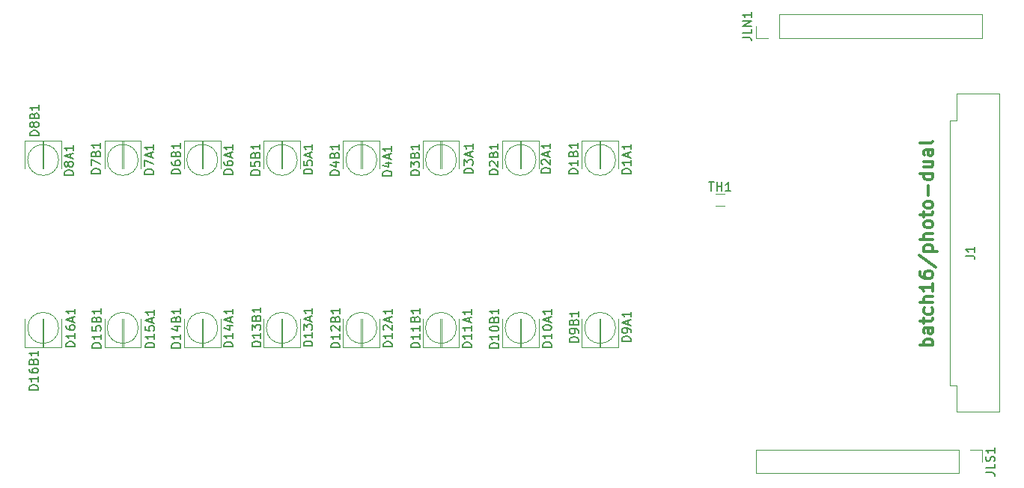
<source format=gto>
G04 #@! TF.GenerationSoftware,KiCad,Pcbnew,(5.1.6-0-10_14)*
G04 #@! TF.CreationDate,2021-12-08T10:20:34+09:00*
G04 #@! TF.ProjectId,photo-dual,70686f74-6f2d-4647-9561-6c2e6b696361,rev?*
G04 #@! TF.SameCoordinates,Original*
G04 #@! TF.FileFunction,Legend,Top*
G04 #@! TF.FilePolarity,Positive*
%FSLAX46Y46*%
G04 Gerber Fmt 4.6, Leading zero omitted, Abs format (unit mm)*
G04 Created by KiCad (PCBNEW (5.1.6-0-10_14)) date 2021-12-08 10:20:34*
%MOMM*%
%LPD*%
G01*
G04 APERTURE LIST*
%ADD10C,0.300000*%
%ADD11C,0.100000*%
%ADD12C,0.120000*%
%ADD13C,0.150000*%
G04 APERTURE END LIST*
D10*
X199558571Y-111464285D02*
X198058571Y-111464285D01*
X198630000Y-111464285D02*
X198558571Y-111321428D01*
X198558571Y-111035714D01*
X198630000Y-110892857D01*
X198701428Y-110821428D01*
X198844285Y-110750000D01*
X199272857Y-110750000D01*
X199415714Y-110821428D01*
X199487142Y-110892857D01*
X199558571Y-111035714D01*
X199558571Y-111321428D01*
X199487142Y-111464285D01*
X199558571Y-109464285D02*
X198772857Y-109464285D01*
X198630000Y-109535714D01*
X198558571Y-109678571D01*
X198558571Y-109964285D01*
X198630000Y-110107142D01*
X199487142Y-109464285D02*
X199558571Y-109607142D01*
X199558571Y-109964285D01*
X199487142Y-110107142D01*
X199344285Y-110178571D01*
X199201428Y-110178571D01*
X199058571Y-110107142D01*
X198987142Y-109964285D01*
X198987142Y-109607142D01*
X198915714Y-109464285D01*
X198558571Y-108964285D02*
X198558571Y-108392857D01*
X198058571Y-108750000D02*
X199344285Y-108750000D01*
X199487142Y-108678571D01*
X199558571Y-108535714D01*
X199558571Y-108392857D01*
X199487142Y-107250000D02*
X199558571Y-107392857D01*
X199558571Y-107678571D01*
X199487142Y-107821428D01*
X199415714Y-107892857D01*
X199272857Y-107964285D01*
X198844285Y-107964285D01*
X198701428Y-107892857D01*
X198630000Y-107821428D01*
X198558571Y-107678571D01*
X198558571Y-107392857D01*
X198630000Y-107250000D01*
X199558571Y-106607142D02*
X198058571Y-106607142D01*
X199558571Y-105964285D02*
X198772857Y-105964285D01*
X198630000Y-106035714D01*
X198558571Y-106178571D01*
X198558571Y-106392857D01*
X198630000Y-106535714D01*
X198701428Y-106607142D01*
X199558571Y-104464285D02*
X199558571Y-105321428D01*
X199558571Y-104892857D02*
X198058571Y-104892857D01*
X198272857Y-105035714D01*
X198415714Y-105178571D01*
X198487142Y-105321428D01*
X198058571Y-103178571D02*
X198058571Y-103464285D01*
X198130000Y-103607142D01*
X198201428Y-103678571D01*
X198415714Y-103821428D01*
X198701428Y-103892857D01*
X199272857Y-103892857D01*
X199415714Y-103821428D01*
X199487142Y-103750000D01*
X199558571Y-103607142D01*
X199558571Y-103321428D01*
X199487142Y-103178571D01*
X199415714Y-103107142D01*
X199272857Y-103035714D01*
X198915714Y-103035714D01*
X198772857Y-103107142D01*
X198701428Y-103178571D01*
X198630000Y-103321428D01*
X198630000Y-103607142D01*
X198701428Y-103750000D01*
X198772857Y-103821428D01*
X198915714Y-103892857D01*
X197987142Y-101321428D02*
X199915714Y-102607142D01*
X198558571Y-100821428D02*
X200058571Y-100821428D01*
X198630000Y-100821428D02*
X198558571Y-100678571D01*
X198558571Y-100392857D01*
X198630000Y-100250000D01*
X198701428Y-100178571D01*
X198844285Y-100107142D01*
X199272857Y-100107142D01*
X199415714Y-100178571D01*
X199487142Y-100250000D01*
X199558571Y-100392857D01*
X199558571Y-100678571D01*
X199487142Y-100821428D01*
X199558571Y-99464285D02*
X198058571Y-99464285D01*
X199558571Y-98821428D02*
X198772857Y-98821428D01*
X198630000Y-98892857D01*
X198558571Y-99035714D01*
X198558571Y-99250000D01*
X198630000Y-99392857D01*
X198701428Y-99464285D01*
X199558571Y-97892857D02*
X199487142Y-98035714D01*
X199415714Y-98107142D01*
X199272857Y-98178571D01*
X198844285Y-98178571D01*
X198701428Y-98107142D01*
X198630000Y-98035714D01*
X198558571Y-97892857D01*
X198558571Y-97678571D01*
X198630000Y-97535714D01*
X198701428Y-97464285D01*
X198844285Y-97392857D01*
X199272857Y-97392857D01*
X199415714Y-97464285D01*
X199487142Y-97535714D01*
X199558571Y-97678571D01*
X199558571Y-97892857D01*
X198558571Y-96964285D02*
X198558571Y-96392857D01*
X198058571Y-96750000D02*
X199344285Y-96750000D01*
X199487142Y-96678571D01*
X199558571Y-96535714D01*
X199558571Y-96392857D01*
X199558571Y-95678571D02*
X199487142Y-95821428D01*
X199415714Y-95892857D01*
X199272857Y-95964285D01*
X198844285Y-95964285D01*
X198701428Y-95892857D01*
X198630000Y-95821428D01*
X198558571Y-95678571D01*
X198558571Y-95464285D01*
X198630000Y-95321428D01*
X198701428Y-95250000D01*
X198844285Y-95178571D01*
X199272857Y-95178571D01*
X199415714Y-95250000D01*
X199487142Y-95321428D01*
X199558571Y-95464285D01*
X199558571Y-95678571D01*
X198987142Y-94535714D02*
X198987142Y-93392857D01*
X199558571Y-92035714D02*
X198058571Y-92035714D01*
X199487142Y-92035714D02*
X199558571Y-92178571D01*
X199558571Y-92464285D01*
X199487142Y-92607142D01*
X199415714Y-92678571D01*
X199272857Y-92750000D01*
X198844285Y-92750000D01*
X198701428Y-92678571D01*
X198630000Y-92607142D01*
X198558571Y-92464285D01*
X198558571Y-92178571D01*
X198630000Y-92035714D01*
X198558571Y-90678571D02*
X199558571Y-90678571D01*
X198558571Y-91321428D02*
X199344285Y-91321428D01*
X199487142Y-91250000D01*
X199558571Y-91107142D01*
X199558571Y-90892857D01*
X199487142Y-90750000D01*
X199415714Y-90678571D01*
X199558571Y-89321428D02*
X198772857Y-89321428D01*
X198630000Y-89392857D01*
X198558571Y-89535714D01*
X198558571Y-89821428D01*
X198630000Y-89964285D01*
X199487142Y-89321428D02*
X199558571Y-89464285D01*
X199558571Y-89821428D01*
X199487142Y-89964285D01*
X199344285Y-90035714D01*
X199201428Y-90035714D01*
X199058571Y-89964285D01*
X198987142Y-89821428D01*
X198987142Y-89464285D01*
X198915714Y-89321428D01*
X199558571Y-88392857D02*
X199487142Y-88535714D01*
X199344285Y-88607142D01*
X198058571Y-88607142D01*
D11*
X100671211Y-90502066D02*
G75*
G03*
X100671211Y-90502066I-1750000J0D01*
G01*
X109671211Y-90502066D02*
G75*
G03*
X109671211Y-90502066I-1750000J0D01*
G01*
X118671211Y-90502066D02*
G75*
G03*
X118671211Y-90502066I-1750000J0D01*
G01*
X127671211Y-90502066D02*
G75*
G03*
X127671211Y-90502066I-1750000J0D01*
G01*
X136671211Y-90502066D02*
G75*
G03*
X136671211Y-90502066I-1750000J0D01*
G01*
X145671211Y-90502066D02*
G75*
G03*
X145671211Y-90502066I-1750000J0D01*
G01*
X154671211Y-90502066D02*
G75*
G03*
X154671211Y-90502066I-1750000J0D01*
G01*
X163671211Y-90502066D02*
G75*
G03*
X163671211Y-90502066I-1750000J0D01*
G01*
X163671211Y-109501633D02*
G75*
G03*
X163671211Y-109501633I-1750000J0D01*
G01*
X154671211Y-109501633D02*
G75*
G03*
X154671211Y-109501633I-1750000J0D01*
G01*
X145671211Y-109501633D02*
G75*
G03*
X145671211Y-109501633I-1750000J0D01*
G01*
X136671211Y-109501633D02*
G75*
G03*
X136671211Y-109501633I-1750000J0D01*
G01*
X127671211Y-109501633D02*
G75*
G03*
X127671211Y-109501633I-1750000J0D01*
G01*
X118671211Y-109501633D02*
G75*
G03*
X118671211Y-109501633I-1750000J0D01*
G01*
X100671211Y-109501633D02*
G75*
G03*
X100671211Y-109501633I-1750000J0D01*
G01*
X109671211Y-109501633D02*
G75*
G03*
X109671211Y-109501633I-1750000J0D01*
G01*
D12*
X176000000Y-95680000D02*
X175000000Y-95680000D01*
X175000000Y-94320000D02*
X176000000Y-94320000D01*
X163981211Y-88302066D02*
X161861211Y-88302066D01*
X163981211Y-91502066D02*
X163981211Y-88302066D01*
X161861211Y-88302066D02*
X161861211Y-91502066D01*
X107861211Y-111701633D02*
X109981211Y-111701633D01*
X107861211Y-108501633D02*
X107861211Y-111701633D01*
X109981211Y-111701633D02*
X109981211Y-108501633D01*
X163981211Y-111701633D02*
X163981211Y-108501633D01*
X161861211Y-108501633D02*
X161861211Y-111701633D01*
X161861211Y-111701633D02*
X163981211Y-111701633D01*
X159861211Y-111701633D02*
X161981211Y-111701633D01*
X159861211Y-108501633D02*
X159861211Y-111701633D01*
X161981211Y-111701633D02*
X161981211Y-108501633D01*
X154981211Y-111701633D02*
X154981211Y-108501633D01*
X152861211Y-108501633D02*
X152861211Y-111701633D01*
X152861211Y-111701633D02*
X154981211Y-111701633D01*
X150861211Y-111701633D02*
X152981211Y-111701633D01*
X150861211Y-108501633D02*
X150861211Y-111701633D01*
X152981211Y-111701633D02*
X152981211Y-108501633D01*
X145981211Y-111701633D02*
X145981211Y-108501633D01*
X143861211Y-108501633D02*
X143861211Y-111701633D01*
X143861211Y-111701633D02*
X145981211Y-111701633D01*
X141861211Y-111701633D02*
X143981211Y-111701633D01*
X141861211Y-108501633D02*
X141861211Y-111701633D01*
X143981211Y-111701633D02*
X143981211Y-108501633D01*
X136981211Y-111701633D02*
X136981211Y-108501633D01*
X134861211Y-108501633D02*
X134861211Y-111701633D01*
X134861211Y-111701633D02*
X136981211Y-111701633D01*
X116861211Y-111701633D02*
X118981211Y-111701633D01*
X116861211Y-108501633D02*
X116861211Y-111701633D01*
X118981211Y-111701633D02*
X118981211Y-108501633D01*
X107981211Y-111701633D02*
X107981211Y-108501633D01*
X105861211Y-108501633D02*
X105861211Y-111701633D01*
X105861211Y-111701633D02*
X107981211Y-111701633D01*
X116981211Y-111701633D02*
X116981211Y-108501633D01*
X114861211Y-108501633D02*
X114861211Y-111701633D01*
X114861211Y-111701633D02*
X116981211Y-111701633D01*
X125861211Y-111701633D02*
X127981211Y-111701633D01*
X125861211Y-108501633D02*
X125861211Y-111701633D01*
X127981211Y-111701633D02*
X127981211Y-108501633D01*
X125981211Y-111701633D02*
X125981211Y-108501633D01*
X123861211Y-108501633D02*
X123861211Y-111701633D01*
X123861211Y-111701633D02*
X125981211Y-111701633D01*
X98861211Y-111701633D02*
X100981211Y-111701633D01*
X98861211Y-108501633D02*
X98861211Y-111701633D01*
X100981211Y-111701633D02*
X100981211Y-108501633D01*
X132861211Y-111701633D02*
X134981211Y-111701633D01*
X132861211Y-108501633D02*
X132861211Y-111701633D01*
X134981211Y-111701633D02*
X134981211Y-108501633D01*
X98981211Y-111701633D02*
X98981211Y-108501633D01*
X96861211Y-108501633D02*
X96861211Y-111701633D01*
X96861211Y-111701633D02*
X98981211Y-111701633D01*
X159861211Y-88302066D02*
X159861211Y-91502066D01*
X161981211Y-91502066D02*
X161981211Y-88302066D01*
X161981211Y-88302066D02*
X159861211Y-88302066D01*
X98861211Y-88302066D02*
X98861211Y-91502066D01*
X100981211Y-91502066D02*
X100981211Y-88302066D01*
X100981211Y-88302066D02*
X98861211Y-88302066D01*
X136981211Y-88302066D02*
X134861211Y-88302066D01*
X136981211Y-91502066D02*
X136981211Y-88302066D01*
X134861211Y-88302066D02*
X134861211Y-91502066D01*
X116981211Y-88302066D02*
X114861211Y-88302066D01*
X116981211Y-91502066D02*
X116981211Y-88302066D01*
X114861211Y-88302066D02*
X114861211Y-91502066D01*
X116861211Y-88302066D02*
X116861211Y-91502066D01*
X118981211Y-91502066D02*
X118981211Y-88302066D01*
X118981211Y-88302066D02*
X116861211Y-88302066D01*
X141861211Y-88302066D02*
X141861211Y-91502066D01*
X143981211Y-91502066D02*
X143981211Y-88302066D01*
X143981211Y-88302066D02*
X141861211Y-88302066D01*
X107981211Y-88302066D02*
X105861211Y-88302066D01*
X107981211Y-91502066D02*
X107981211Y-88302066D01*
X105861211Y-88302066D02*
X105861211Y-91502066D01*
X125981211Y-88302066D02*
X123861211Y-88302066D01*
X125981211Y-91502066D02*
X125981211Y-88302066D01*
X123861211Y-88302066D02*
X123861211Y-91502066D01*
X132861211Y-88302066D02*
X132861211Y-91502066D01*
X134981211Y-91502066D02*
X134981211Y-88302066D01*
X134981211Y-88302066D02*
X132861211Y-88302066D01*
X125861211Y-88302066D02*
X125861211Y-91502066D01*
X127981211Y-91502066D02*
X127981211Y-88302066D01*
X127981211Y-88302066D02*
X125861211Y-88302066D01*
X154981211Y-88302066D02*
X152861211Y-88302066D01*
X154981211Y-91502066D02*
X154981211Y-88302066D01*
X152861211Y-88302066D02*
X152861211Y-91502066D01*
X145981211Y-88302066D02*
X143861211Y-88302066D01*
X145981211Y-91502066D02*
X145981211Y-88302066D01*
X143861211Y-88302066D02*
X143861211Y-91502066D01*
X150861211Y-88302066D02*
X150861211Y-91502066D01*
X152981211Y-91502066D02*
X152981211Y-88302066D01*
X152981211Y-88302066D02*
X150861211Y-88302066D01*
X98981211Y-88302066D02*
X96861211Y-88302066D01*
X98981211Y-91502066D02*
X98981211Y-88302066D01*
X96861211Y-88302066D02*
X96861211Y-91502066D01*
X107861211Y-88302066D02*
X107861211Y-91502066D01*
X109981211Y-91502066D02*
X109981211Y-88302066D01*
X109981211Y-88302066D02*
X107861211Y-88302066D01*
X202249000Y-86020000D02*
X201449000Y-86020000D01*
X202249000Y-116020000D02*
X201449000Y-116020000D01*
X202249000Y-83020000D02*
X202249000Y-86020000D01*
X202249000Y-119020000D02*
X202249000Y-116020000D01*
X207099000Y-83020000D02*
X202249000Y-83020000D01*
X207099000Y-119020000D02*
X202249000Y-119020000D01*
X207099000Y-119020000D02*
X207099000Y-83020000D01*
X201449000Y-116020000D02*
X201449000Y-86020000D01*
X179575000Y-76702000D02*
X179575000Y-75372000D01*
X180905000Y-76702000D02*
X179575000Y-76702000D01*
X182175000Y-76702000D02*
X182175000Y-74042000D01*
X182175000Y-74042000D02*
X205095000Y-74042000D01*
X182175000Y-76702000D02*
X205095000Y-76702000D01*
X205095000Y-76702000D02*
X205095000Y-74042000D01*
X179575000Y-123298000D02*
X179575000Y-125958000D01*
X202495000Y-123298000D02*
X179575000Y-123298000D01*
X202495000Y-125958000D02*
X179575000Y-125958000D01*
X202495000Y-123298000D02*
X202495000Y-125958000D01*
X203765000Y-123298000D02*
X205095000Y-123298000D01*
X205095000Y-123298000D02*
X205095000Y-124628000D01*
D13*
X174214285Y-93002380D02*
X174785714Y-93002380D01*
X174500000Y-94002380D02*
X174500000Y-93002380D01*
X175119047Y-94002380D02*
X175119047Y-93002380D01*
X175119047Y-93478571D02*
X175690476Y-93478571D01*
X175690476Y-94002380D02*
X175690476Y-93002380D01*
X176690476Y-94002380D02*
X176119047Y-94002380D01*
X176404761Y-94002380D02*
X176404761Y-93002380D01*
X176309523Y-93145238D01*
X176214285Y-93240476D01*
X176119047Y-93288095D01*
X165392380Y-92062857D02*
X164392380Y-92062857D01*
X164392380Y-91824761D01*
X164440000Y-91681904D01*
X164535238Y-91586666D01*
X164630476Y-91539047D01*
X164820952Y-91491428D01*
X164963809Y-91491428D01*
X165154285Y-91539047D01*
X165249523Y-91586666D01*
X165344761Y-91681904D01*
X165392380Y-91824761D01*
X165392380Y-92062857D01*
X165392380Y-90539047D02*
X165392380Y-91110476D01*
X165392380Y-90824761D02*
X164392380Y-90824761D01*
X164535238Y-90920000D01*
X164630476Y-91015238D01*
X164678095Y-91110476D01*
X165106666Y-90158095D02*
X165106666Y-89681904D01*
X165392380Y-90253333D02*
X164392380Y-89920000D01*
X165392380Y-89586666D01*
X165392380Y-88729523D02*
X165392380Y-89300952D01*
X165392380Y-89015238D02*
X164392380Y-89015238D01*
X164535238Y-89110476D01*
X164630476Y-89205714D01*
X164678095Y-89300952D01*
X111502380Y-111729047D02*
X110502380Y-111729047D01*
X110502380Y-111490952D01*
X110550000Y-111348095D01*
X110645238Y-111252857D01*
X110740476Y-111205238D01*
X110930952Y-111157619D01*
X111073809Y-111157619D01*
X111264285Y-111205238D01*
X111359523Y-111252857D01*
X111454761Y-111348095D01*
X111502380Y-111490952D01*
X111502380Y-111729047D01*
X111502380Y-110205238D02*
X111502380Y-110776666D01*
X111502380Y-110490952D02*
X110502380Y-110490952D01*
X110645238Y-110586190D01*
X110740476Y-110681428D01*
X110788095Y-110776666D01*
X110502380Y-109300476D02*
X110502380Y-109776666D01*
X110978571Y-109824285D01*
X110930952Y-109776666D01*
X110883333Y-109681428D01*
X110883333Y-109443333D01*
X110930952Y-109348095D01*
X110978571Y-109300476D01*
X111073809Y-109252857D01*
X111311904Y-109252857D01*
X111407142Y-109300476D01*
X111454761Y-109348095D01*
X111502380Y-109443333D01*
X111502380Y-109681428D01*
X111454761Y-109776666D01*
X111407142Y-109824285D01*
X111216666Y-108871904D02*
X111216666Y-108395714D01*
X111502380Y-108967142D02*
X110502380Y-108633809D01*
X111502380Y-108300476D01*
X111502380Y-107443333D02*
X111502380Y-108014761D01*
X111502380Y-107729047D02*
X110502380Y-107729047D01*
X110645238Y-107824285D01*
X110740476Y-107919523D01*
X110788095Y-108014761D01*
X165382380Y-111022857D02*
X164382380Y-111022857D01*
X164382380Y-110784761D01*
X164430000Y-110641904D01*
X164525238Y-110546666D01*
X164620476Y-110499047D01*
X164810952Y-110451428D01*
X164953809Y-110451428D01*
X165144285Y-110499047D01*
X165239523Y-110546666D01*
X165334761Y-110641904D01*
X165382380Y-110784761D01*
X165382380Y-111022857D01*
X165382380Y-109975238D02*
X165382380Y-109784761D01*
X165334761Y-109689523D01*
X165287142Y-109641904D01*
X165144285Y-109546666D01*
X164953809Y-109499047D01*
X164572857Y-109499047D01*
X164477619Y-109546666D01*
X164430000Y-109594285D01*
X164382380Y-109689523D01*
X164382380Y-109880000D01*
X164430000Y-109975238D01*
X164477619Y-110022857D01*
X164572857Y-110070476D01*
X164810952Y-110070476D01*
X164906190Y-110022857D01*
X164953809Y-109975238D01*
X165001428Y-109880000D01*
X165001428Y-109689523D01*
X164953809Y-109594285D01*
X164906190Y-109546666D01*
X164810952Y-109499047D01*
X165096666Y-109118095D02*
X165096666Y-108641904D01*
X165382380Y-109213333D02*
X164382380Y-108880000D01*
X165382380Y-108546666D01*
X165382380Y-107689523D02*
X165382380Y-108260952D01*
X165382380Y-107975238D02*
X164382380Y-107975238D01*
X164525238Y-108070476D01*
X164620476Y-108165714D01*
X164668095Y-108260952D01*
X159462380Y-111094285D02*
X158462380Y-111094285D01*
X158462380Y-110856190D01*
X158510000Y-110713333D01*
X158605238Y-110618095D01*
X158700476Y-110570476D01*
X158890952Y-110522857D01*
X159033809Y-110522857D01*
X159224285Y-110570476D01*
X159319523Y-110618095D01*
X159414761Y-110713333D01*
X159462380Y-110856190D01*
X159462380Y-111094285D01*
X159462380Y-110046666D02*
X159462380Y-109856190D01*
X159414761Y-109760952D01*
X159367142Y-109713333D01*
X159224285Y-109618095D01*
X159033809Y-109570476D01*
X158652857Y-109570476D01*
X158557619Y-109618095D01*
X158510000Y-109665714D01*
X158462380Y-109760952D01*
X158462380Y-109951428D01*
X158510000Y-110046666D01*
X158557619Y-110094285D01*
X158652857Y-110141904D01*
X158890952Y-110141904D01*
X158986190Y-110094285D01*
X159033809Y-110046666D01*
X159081428Y-109951428D01*
X159081428Y-109760952D01*
X159033809Y-109665714D01*
X158986190Y-109618095D01*
X158890952Y-109570476D01*
X158938571Y-108808571D02*
X158986190Y-108665714D01*
X159033809Y-108618095D01*
X159129047Y-108570476D01*
X159271904Y-108570476D01*
X159367142Y-108618095D01*
X159414761Y-108665714D01*
X159462380Y-108760952D01*
X159462380Y-109141904D01*
X158462380Y-109141904D01*
X158462380Y-108808571D01*
X158510000Y-108713333D01*
X158557619Y-108665714D01*
X158652857Y-108618095D01*
X158748095Y-108618095D01*
X158843333Y-108665714D01*
X158890952Y-108713333D01*
X158938571Y-108808571D01*
X158938571Y-109141904D01*
X159462380Y-107618095D02*
X159462380Y-108189523D01*
X159462380Y-107903809D02*
X158462380Y-107903809D01*
X158605238Y-107999047D01*
X158700476Y-108094285D01*
X158748095Y-108189523D01*
X156422380Y-111669047D02*
X155422380Y-111669047D01*
X155422380Y-111430952D01*
X155470000Y-111288095D01*
X155565238Y-111192857D01*
X155660476Y-111145238D01*
X155850952Y-111097619D01*
X155993809Y-111097619D01*
X156184285Y-111145238D01*
X156279523Y-111192857D01*
X156374761Y-111288095D01*
X156422380Y-111430952D01*
X156422380Y-111669047D01*
X156422380Y-110145238D02*
X156422380Y-110716666D01*
X156422380Y-110430952D02*
X155422380Y-110430952D01*
X155565238Y-110526190D01*
X155660476Y-110621428D01*
X155708095Y-110716666D01*
X155422380Y-109526190D02*
X155422380Y-109430952D01*
X155470000Y-109335714D01*
X155517619Y-109288095D01*
X155612857Y-109240476D01*
X155803333Y-109192857D01*
X156041428Y-109192857D01*
X156231904Y-109240476D01*
X156327142Y-109288095D01*
X156374761Y-109335714D01*
X156422380Y-109430952D01*
X156422380Y-109526190D01*
X156374761Y-109621428D01*
X156327142Y-109669047D01*
X156231904Y-109716666D01*
X156041428Y-109764285D01*
X155803333Y-109764285D01*
X155612857Y-109716666D01*
X155517619Y-109669047D01*
X155470000Y-109621428D01*
X155422380Y-109526190D01*
X156136666Y-108811904D02*
X156136666Y-108335714D01*
X156422380Y-108907142D02*
X155422380Y-108573809D01*
X156422380Y-108240476D01*
X156422380Y-107383333D02*
X156422380Y-107954761D01*
X156422380Y-107669047D02*
X155422380Y-107669047D01*
X155565238Y-107764285D01*
X155660476Y-107859523D01*
X155708095Y-107954761D01*
X150452380Y-111770476D02*
X149452380Y-111770476D01*
X149452380Y-111532380D01*
X149500000Y-111389523D01*
X149595238Y-111294285D01*
X149690476Y-111246666D01*
X149880952Y-111199047D01*
X150023809Y-111199047D01*
X150214285Y-111246666D01*
X150309523Y-111294285D01*
X150404761Y-111389523D01*
X150452380Y-111532380D01*
X150452380Y-111770476D01*
X150452380Y-110246666D02*
X150452380Y-110818095D01*
X150452380Y-110532380D02*
X149452380Y-110532380D01*
X149595238Y-110627619D01*
X149690476Y-110722857D01*
X149738095Y-110818095D01*
X149452380Y-109627619D02*
X149452380Y-109532380D01*
X149500000Y-109437142D01*
X149547619Y-109389523D01*
X149642857Y-109341904D01*
X149833333Y-109294285D01*
X150071428Y-109294285D01*
X150261904Y-109341904D01*
X150357142Y-109389523D01*
X150404761Y-109437142D01*
X150452380Y-109532380D01*
X150452380Y-109627619D01*
X150404761Y-109722857D01*
X150357142Y-109770476D01*
X150261904Y-109818095D01*
X150071428Y-109865714D01*
X149833333Y-109865714D01*
X149642857Y-109818095D01*
X149547619Y-109770476D01*
X149500000Y-109722857D01*
X149452380Y-109627619D01*
X149928571Y-108532380D02*
X149976190Y-108389523D01*
X150023809Y-108341904D01*
X150119047Y-108294285D01*
X150261904Y-108294285D01*
X150357142Y-108341904D01*
X150404761Y-108389523D01*
X150452380Y-108484761D01*
X150452380Y-108865714D01*
X149452380Y-108865714D01*
X149452380Y-108532380D01*
X149500000Y-108437142D01*
X149547619Y-108389523D01*
X149642857Y-108341904D01*
X149738095Y-108341904D01*
X149833333Y-108389523D01*
X149880952Y-108437142D01*
X149928571Y-108532380D01*
X149928571Y-108865714D01*
X150452380Y-107341904D02*
X150452380Y-107913333D01*
X150452380Y-107627619D02*
X149452380Y-107627619D01*
X149595238Y-107722857D01*
X149690476Y-107818095D01*
X149738095Y-107913333D01*
X147372380Y-111699047D02*
X146372380Y-111699047D01*
X146372380Y-111460952D01*
X146420000Y-111318095D01*
X146515238Y-111222857D01*
X146610476Y-111175238D01*
X146800952Y-111127619D01*
X146943809Y-111127619D01*
X147134285Y-111175238D01*
X147229523Y-111222857D01*
X147324761Y-111318095D01*
X147372380Y-111460952D01*
X147372380Y-111699047D01*
X147372380Y-110175238D02*
X147372380Y-110746666D01*
X147372380Y-110460952D02*
X146372380Y-110460952D01*
X146515238Y-110556190D01*
X146610476Y-110651428D01*
X146658095Y-110746666D01*
X147372380Y-109222857D02*
X147372380Y-109794285D01*
X147372380Y-109508571D02*
X146372380Y-109508571D01*
X146515238Y-109603809D01*
X146610476Y-109699047D01*
X146658095Y-109794285D01*
X147086666Y-108841904D02*
X147086666Y-108365714D01*
X147372380Y-108937142D02*
X146372380Y-108603809D01*
X147372380Y-108270476D01*
X147372380Y-107413333D02*
X147372380Y-107984761D01*
X147372380Y-107699047D02*
X146372380Y-107699047D01*
X146515238Y-107794285D01*
X146610476Y-107889523D01*
X146658095Y-107984761D01*
X141512380Y-111730476D02*
X140512380Y-111730476D01*
X140512380Y-111492380D01*
X140560000Y-111349523D01*
X140655238Y-111254285D01*
X140750476Y-111206666D01*
X140940952Y-111159047D01*
X141083809Y-111159047D01*
X141274285Y-111206666D01*
X141369523Y-111254285D01*
X141464761Y-111349523D01*
X141512380Y-111492380D01*
X141512380Y-111730476D01*
X141512380Y-110206666D02*
X141512380Y-110778095D01*
X141512380Y-110492380D02*
X140512380Y-110492380D01*
X140655238Y-110587619D01*
X140750476Y-110682857D01*
X140798095Y-110778095D01*
X141512380Y-109254285D02*
X141512380Y-109825714D01*
X141512380Y-109540000D02*
X140512380Y-109540000D01*
X140655238Y-109635238D01*
X140750476Y-109730476D01*
X140798095Y-109825714D01*
X140988571Y-108492380D02*
X141036190Y-108349523D01*
X141083809Y-108301904D01*
X141179047Y-108254285D01*
X141321904Y-108254285D01*
X141417142Y-108301904D01*
X141464761Y-108349523D01*
X141512380Y-108444761D01*
X141512380Y-108825714D01*
X140512380Y-108825714D01*
X140512380Y-108492380D01*
X140560000Y-108397142D01*
X140607619Y-108349523D01*
X140702857Y-108301904D01*
X140798095Y-108301904D01*
X140893333Y-108349523D01*
X140940952Y-108397142D01*
X140988571Y-108492380D01*
X140988571Y-108825714D01*
X141512380Y-107301904D02*
X141512380Y-107873333D01*
X141512380Y-107587619D02*
X140512380Y-107587619D01*
X140655238Y-107682857D01*
X140750476Y-107778095D01*
X140798095Y-107873333D01*
X138382380Y-111629047D02*
X137382380Y-111629047D01*
X137382380Y-111390952D01*
X137430000Y-111248095D01*
X137525238Y-111152857D01*
X137620476Y-111105238D01*
X137810952Y-111057619D01*
X137953809Y-111057619D01*
X138144285Y-111105238D01*
X138239523Y-111152857D01*
X138334761Y-111248095D01*
X138382380Y-111390952D01*
X138382380Y-111629047D01*
X138382380Y-110105238D02*
X138382380Y-110676666D01*
X138382380Y-110390952D02*
X137382380Y-110390952D01*
X137525238Y-110486190D01*
X137620476Y-110581428D01*
X137668095Y-110676666D01*
X137477619Y-109724285D02*
X137430000Y-109676666D01*
X137382380Y-109581428D01*
X137382380Y-109343333D01*
X137430000Y-109248095D01*
X137477619Y-109200476D01*
X137572857Y-109152857D01*
X137668095Y-109152857D01*
X137810952Y-109200476D01*
X138382380Y-109771904D01*
X138382380Y-109152857D01*
X138096666Y-108771904D02*
X138096666Y-108295714D01*
X138382380Y-108867142D02*
X137382380Y-108533809D01*
X138382380Y-108200476D01*
X138382380Y-107343333D02*
X138382380Y-107914761D01*
X138382380Y-107629047D02*
X137382380Y-107629047D01*
X137525238Y-107724285D01*
X137620476Y-107819523D01*
X137668095Y-107914761D01*
X120372380Y-111639047D02*
X119372380Y-111639047D01*
X119372380Y-111400952D01*
X119420000Y-111258095D01*
X119515238Y-111162857D01*
X119610476Y-111115238D01*
X119800952Y-111067619D01*
X119943809Y-111067619D01*
X120134285Y-111115238D01*
X120229523Y-111162857D01*
X120324761Y-111258095D01*
X120372380Y-111400952D01*
X120372380Y-111639047D01*
X120372380Y-110115238D02*
X120372380Y-110686666D01*
X120372380Y-110400952D02*
X119372380Y-110400952D01*
X119515238Y-110496190D01*
X119610476Y-110591428D01*
X119658095Y-110686666D01*
X119705714Y-109258095D02*
X120372380Y-109258095D01*
X119324761Y-109496190D02*
X120039047Y-109734285D01*
X120039047Y-109115238D01*
X120086666Y-108781904D02*
X120086666Y-108305714D01*
X120372380Y-108877142D02*
X119372380Y-108543809D01*
X120372380Y-108210476D01*
X120372380Y-107353333D02*
X120372380Y-107924761D01*
X120372380Y-107639047D02*
X119372380Y-107639047D01*
X119515238Y-107734285D01*
X119610476Y-107829523D01*
X119658095Y-107924761D01*
X105462380Y-111750476D02*
X104462380Y-111750476D01*
X104462380Y-111512380D01*
X104510000Y-111369523D01*
X104605238Y-111274285D01*
X104700476Y-111226666D01*
X104890952Y-111179047D01*
X105033809Y-111179047D01*
X105224285Y-111226666D01*
X105319523Y-111274285D01*
X105414761Y-111369523D01*
X105462380Y-111512380D01*
X105462380Y-111750476D01*
X105462380Y-110226666D02*
X105462380Y-110798095D01*
X105462380Y-110512380D02*
X104462380Y-110512380D01*
X104605238Y-110607619D01*
X104700476Y-110702857D01*
X104748095Y-110798095D01*
X104462380Y-109321904D02*
X104462380Y-109798095D01*
X104938571Y-109845714D01*
X104890952Y-109798095D01*
X104843333Y-109702857D01*
X104843333Y-109464761D01*
X104890952Y-109369523D01*
X104938571Y-109321904D01*
X105033809Y-109274285D01*
X105271904Y-109274285D01*
X105367142Y-109321904D01*
X105414761Y-109369523D01*
X105462380Y-109464761D01*
X105462380Y-109702857D01*
X105414761Y-109798095D01*
X105367142Y-109845714D01*
X104938571Y-108512380D02*
X104986190Y-108369523D01*
X105033809Y-108321904D01*
X105129047Y-108274285D01*
X105271904Y-108274285D01*
X105367142Y-108321904D01*
X105414761Y-108369523D01*
X105462380Y-108464761D01*
X105462380Y-108845714D01*
X104462380Y-108845714D01*
X104462380Y-108512380D01*
X104510000Y-108417142D01*
X104557619Y-108369523D01*
X104652857Y-108321904D01*
X104748095Y-108321904D01*
X104843333Y-108369523D01*
X104890952Y-108417142D01*
X104938571Y-108512380D01*
X104938571Y-108845714D01*
X105462380Y-107321904D02*
X105462380Y-107893333D01*
X105462380Y-107607619D02*
X104462380Y-107607619D01*
X104605238Y-107702857D01*
X104700476Y-107798095D01*
X104748095Y-107893333D01*
X114472380Y-111740476D02*
X113472380Y-111740476D01*
X113472380Y-111502380D01*
X113520000Y-111359523D01*
X113615238Y-111264285D01*
X113710476Y-111216666D01*
X113900952Y-111169047D01*
X114043809Y-111169047D01*
X114234285Y-111216666D01*
X114329523Y-111264285D01*
X114424761Y-111359523D01*
X114472380Y-111502380D01*
X114472380Y-111740476D01*
X114472380Y-110216666D02*
X114472380Y-110788095D01*
X114472380Y-110502380D02*
X113472380Y-110502380D01*
X113615238Y-110597619D01*
X113710476Y-110692857D01*
X113758095Y-110788095D01*
X113805714Y-109359523D02*
X114472380Y-109359523D01*
X113424761Y-109597619D02*
X114139047Y-109835714D01*
X114139047Y-109216666D01*
X113948571Y-108502380D02*
X113996190Y-108359523D01*
X114043809Y-108311904D01*
X114139047Y-108264285D01*
X114281904Y-108264285D01*
X114377142Y-108311904D01*
X114424761Y-108359523D01*
X114472380Y-108454761D01*
X114472380Y-108835714D01*
X113472380Y-108835714D01*
X113472380Y-108502380D01*
X113520000Y-108407142D01*
X113567619Y-108359523D01*
X113662857Y-108311904D01*
X113758095Y-108311904D01*
X113853333Y-108359523D01*
X113900952Y-108407142D01*
X113948571Y-108502380D01*
X113948571Y-108835714D01*
X114472380Y-107311904D02*
X114472380Y-107883333D01*
X114472380Y-107597619D02*
X113472380Y-107597619D01*
X113615238Y-107692857D01*
X113710476Y-107788095D01*
X113758095Y-107883333D01*
X129382380Y-111569047D02*
X128382380Y-111569047D01*
X128382380Y-111330952D01*
X128430000Y-111188095D01*
X128525238Y-111092857D01*
X128620476Y-111045238D01*
X128810952Y-110997619D01*
X128953809Y-110997619D01*
X129144285Y-111045238D01*
X129239523Y-111092857D01*
X129334761Y-111188095D01*
X129382380Y-111330952D01*
X129382380Y-111569047D01*
X129382380Y-110045238D02*
X129382380Y-110616666D01*
X129382380Y-110330952D02*
X128382380Y-110330952D01*
X128525238Y-110426190D01*
X128620476Y-110521428D01*
X128668095Y-110616666D01*
X128382380Y-109711904D02*
X128382380Y-109092857D01*
X128763333Y-109426190D01*
X128763333Y-109283333D01*
X128810952Y-109188095D01*
X128858571Y-109140476D01*
X128953809Y-109092857D01*
X129191904Y-109092857D01*
X129287142Y-109140476D01*
X129334761Y-109188095D01*
X129382380Y-109283333D01*
X129382380Y-109569047D01*
X129334761Y-109664285D01*
X129287142Y-109711904D01*
X129096666Y-108711904D02*
X129096666Y-108235714D01*
X129382380Y-108807142D02*
X128382380Y-108473809D01*
X129382380Y-108140476D01*
X129382380Y-107283333D02*
X129382380Y-107854761D01*
X129382380Y-107569047D02*
X128382380Y-107569047D01*
X128525238Y-107664285D01*
X128620476Y-107759523D01*
X128668095Y-107854761D01*
X123542380Y-111610476D02*
X122542380Y-111610476D01*
X122542380Y-111372380D01*
X122590000Y-111229523D01*
X122685238Y-111134285D01*
X122780476Y-111086666D01*
X122970952Y-111039047D01*
X123113809Y-111039047D01*
X123304285Y-111086666D01*
X123399523Y-111134285D01*
X123494761Y-111229523D01*
X123542380Y-111372380D01*
X123542380Y-111610476D01*
X123542380Y-110086666D02*
X123542380Y-110658095D01*
X123542380Y-110372380D02*
X122542380Y-110372380D01*
X122685238Y-110467619D01*
X122780476Y-110562857D01*
X122828095Y-110658095D01*
X122542380Y-109753333D02*
X122542380Y-109134285D01*
X122923333Y-109467619D01*
X122923333Y-109324761D01*
X122970952Y-109229523D01*
X123018571Y-109181904D01*
X123113809Y-109134285D01*
X123351904Y-109134285D01*
X123447142Y-109181904D01*
X123494761Y-109229523D01*
X123542380Y-109324761D01*
X123542380Y-109610476D01*
X123494761Y-109705714D01*
X123447142Y-109753333D01*
X123018571Y-108372380D02*
X123066190Y-108229523D01*
X123113809Y-108181904D01*
X123209047Y-108134285D01*
X123351904Y-108134285D01*
X123447142Y-108181904D01*
X123494761Y-108229523D01*
X123542380Y-108324761D01*
X123542380Y-108705714D01*
X122542380Y-108705714D01*
X122542380Y-108372380D01*
X122590000Y-108277142D01*
X122637619Y-108229523D01*
X122732857Y-108181904D01*
X122828095Y-108181904D01*
X122923333Y-108229523D01*
X122970952Y-108277142D01*
X123018571Y-108372380D01*
X123018571Y-108705714D01*
X123542380Y-107181904D02*
X123542380Y-107753333D01*
X123542380Y-107467619D02*
X122542380Y-107467619D01*
X122685238Y-107562857D01*
X122780476Y-107658095D01*
X122828095Y-107753333D01*
X102512380Y-111629047D02*
X101512380Y-111629047D01*
X101512380Y-111390952D01*
X101560000Y-111248095D01*
X101655238Y-111152857D01*
X101750476Y-111105238D01*
X101940952Y-111057619D01*
X102083809Y-111057619D01*
X102274285Y-111105238D01*
X102369523Y-111152857D01*
X102464761Y-111248095D01*
X102512380Y-111390952D01*
X102512380Y-111629047D01*
X102512380Y-110105238D02*
X102512380Y-110676666D01*
X102512380Y-110390952D02*
X101512380Y-110390952D01*
X101655238Y-110486190D01*
X101750476Y-110581428D01*
X101798095Y-110676666D01*
X101512380Y-109248095D02*
X101512380Y-109438571D01*
X101560000Y-109533809D01*
X101607619Y-109581428D01*
X101750476Y-109676666D01*
X101940952Y-109724285D01*
X102321904Y-109724285D01*
X102417142Y-109676666D01*
X102464761Y-109629047D01*
X102512380Y-109533809D01*
X102512380Y-109343333D01*
X102464761Y-109248095D01*
X102417142Y-109200476D01*
X102321904Y-109152857D01*
X102083809Y-109152857D01*
X101988571Y-109200476D01*
X101940952Y-109248095D01*
X101893333Y-109343333D01*
X101893333Y-109533809D01*
X101940952Y-109629047D01*
X101988571Y-109676666D01*
X102083809Y-109724285D01*
X102226666Y-108771904D02*
X102226666Y-108295714D01*
X102512380Y-108867142D02*
X101512380Y-108533809D01*
X102512380Y-108200476D01*
X102512380Y-107343333D02*
X102512380Y-107914761D01*
X102512380Y-107629047D02*
X101512380Y-107629047D01*
X101655238Y-107724285D01*
X101750476Y-107819523D01*
X101798095Y-107914761D01*
X132472380Y-111730476D02*
X131472380Y-111730476D01*
X131472380Y-111492380D01*
X131520000Y-111349523D01*
X131615238Y-111254285D01*
X131710476Y-111206666D01*
X131900952Y-111159047D01*
X132043809Y-111159047D01*
X132234285Y-111206666D01*
X132329523Y-111254285D01*
X132424761Y-111349523D01*
X132472380Y-111492380D01*
X132472380Y-111730476D01*
X132472380Y-110206666D02*
X132472380Y-110778095D01*
X132472380Y-110492380D02*
X131472380Y-110492380D01*
X131615238Y-110587619D01*
X131710476Y-110682857D01*
X131758095Y-110778095D01*
X131567619Y-109825714D02*
X131520000Y-109778095D01*
X131472380Y-109682857D01*
X131472380Y-109444761D01*
X131520000Y-109349523D01*
X131567619Y-109301904D01*
X131662857Y-109254285D01*
X131758095Y-109254285D01*
X131900952Y-109301904D01*
X132472380Y-109873333D01*
X132472380Y-109254285D01*
X131948571Y-108492380D02*
X131996190Y-108349523D01*
X132043809Y-108301904D01*
X132139047Y-108254285D01*
X132281904Y-108254285D01*
X132377142Y-108301904D01*
X132424761Y-108349523D01*
X132472380Y-108444761D01*
X132472380Y-108825714D01*
X131472380Y-108825714D01*
X131472380Y-108492380D01*
X131520000Y-108397142D01*
X131567619Y-108349523D01*
X131662857Y-108301904D01*
X131758095Y-108301904D01*
X131853333Y-108349523D01*
X131900952Y-108397142D01*
X131948571Y-108492380D01*
X131948571Y-108825714D01*
X132472380Y-107301904D02*
X132472380Y-107873333D01*
X132472380Y-107587619D02*
X131472380Y-107587619D01*
X131615238Y-107682857D01*
X131710476Y-107778095D01*
X131758095Y-107873333D01*
X98342380Y-116510476D02*
X97342380Y-116510476D01*
X97342380Y-116272380D01*
X97390000Y-116129523D01*
X97485238Y-116034285D01*
X97580476Y-115986666D01*
X97770952Y-115939047D01*
X97913809Y-115939047D01*
X98104285Y-115986666D01*
X98199523Y-116034285D01*
X98294761Y-116129523D01*
X98342380Y-116272380D01*
X98342380Y-116510476D01*
X98342380Y-114986666D02*
X98342380Y-115558095D01*
X98342380Y-115272380D02*
X97342380Y-115272380D01*
X97485238Y-115367619D01*
X97580476Y-115462857D01*
X97628095Y-115558095D01*
X97342380Y-114129523D02*
X97342380Y-114320000D01*
X97390000Y-114415238D01*
X97437619Y-114462857D01*
X97580476Y-114558095D01*
X97770952Y-114605714D01*
X98151904Y-114605714D01*
X98247142Y-114558095D01*
X98294761Y-114510476D01*
X98342380Y-114415238D01*
X98342380Y-114224761D01*
X98294761Y-114129523D01*
X98247142Y-114081904D01*
X98151904Y-114034285D01*
X97913809Y-114034285D01*
X97818571Y-114081904D01*
X97770952Y-114129523D01*
X97723333Y-114224761D01*
X97723333Y-114415238D01*
X97770952Y-114510476D01*
X97818571Y-114558095D01*
X97913809Y-114605714D01*
X97818571Y-113272380D02*
X97866190Y-113129523D01*
X97913809Y-113081904D01*
X98009047Y-113034285D01*
X98151904Y-113034285D01*
X98247142Y-113081904D01*
X98294761Y-113129523D01*
X98342380Y-113224761D01*
X98342380Y-113605714D01*
X97342380Y-113605714D01*
X97342380Y-113272380D01*
X97390000Y-113177142D01*
X97437619Y-113129523D01*
X97532857Y-113081904D01*
X97628095Y-113081904D01*
X97723333Y-113129523D01*
X97770952Y-113177142D01*
X97818571Y-113272380D01*
X97818571Y-113605714D01*
X98342380Y-112081904D02*
X98342380Y-112653333D01*
X98342380Y-112367619D02*
X97342380Y-112367619D01*
X97485238Y-112462857D01*
X97580476Y-112558095D01*
X97628095Y-112653333D01*
X159402380Y-92064285D02*
X158402380Y-92064285D01*
X158402380Y-91826190D01*
X158450000Y-91683333D01*
X158545238Y-91588095D01*
X158640476Y-91540476D01*
X158830952Y-91492857D01*
X158973809Y-91492857D01*
X159164285Y-91540476D01*
X159259523Y-91588095D01*
X159354761Y-91683333D01*
X159402380Y-91826190D01*
X159402380Y-92064285D01*
X159402380Y-90540476D02*
X159402380Y-91111904D01*
X159402380Y-90826190D02*
X158402380Y-90826190D01*
X158545238Y-90921428D01*
X158640476Y-91016666D01*
X158688095Y-91111904D01*
X158878571Y-89778571D02*
X158926190Y-89635714D01*
X158973809Y-89588095D01*
X159069047Y-89540476D01*
X159211904Y-89540476D01*
X159307142Y-89588095D01*
X159354761Y-89635714D01*
X159402380Y-89730952D01*
X159402380Y-90111904D01*
X158402380Y-90111904D01*
X158402380Y-89778571D01*
X158450000Y-89683333D01*
X158497619Y-89635714D01*
X158592857Y-89588095D01*
X158688095Y-89588095D01*
X158783333Y-89635714D01*
X158830952Y-89683333D01*
X158878571Y-89778571D01*
X158878571Y-90111904D01*
X159402380Y-88588095D02*
X159402380Y-89159523D01*
X159402380Y-88873809D02*
X158402380Y-88873809D01*
X158545238Y-88969047D01*
X158640476Y-89064285D01*
X158688095Y-89159523D01*
X102322380Y-92202857D02*
X101322380Y-92202857D01*
X101322380Y-91964761D01*
X101370000Y-91821904D01*
X101465238Y-91726666D01*
X101560476Y-91679047D01*
X101750952Y-91631428D01*
X101893809Y-91631428D01*
X102084285Y-91679047D01*
X102179523Y-91726666D01*
X102274761Y-91821904D01*
X102322380Y-91964761D01*
X102322380Y-92202857D01*
X101750952Y-91060000D02*
X101703333Y-91155238D01*
X101655714Y-91202857D01*
X101560476Y-91250476D01*
X101512857Y-91250476D01*
X101417619Y-91202857D01*
X101370000Y-91155238D01*
X101322380Y-91060000D01*
X101322380Y-90869523D01*
X101370000Y-90774285D01*
X101417619Y-90726666D01*
X101512857Y-90679047D01*
X101560476Y-90679047D01*
X101655714Y-90726666D01*
X101703333Y-90774285D01*
X101750952Y-90869523D01*
X101750952Y-91060000D01*
X101798571Y-91155238D01*
X101846190Y-91202857D01*
X101941428Y-91250476D01*
X102131904Y-91250476D01*
X102227142Y-91202857D01*
X102274761Y-91155238D01*
X102322380Y-91060000D01*
X102322380Y-90869523D01*
X102274761Y-90774285D01*
X102227142Y-90726666D01*
X102131904Y-90679047D01*
X101941428Y-90679047D01*
X101846190Y-90726666D01*
X101798571Y-90774285D01*
X101750952Y-90869523D01*
X102036666Y-90298095D02*
X102036666Y-89821904D01*
X102322380Y-90393333D02*
X101322380Y-90060000D01*
X102322380Y-89726666D01*
X102322380Y-88869523D02*
X102322380Y-89440952D01*
X102322380Y-89155238D02*
X101322380Y-89155238D01*
X101465238Y-89250476D01*
X101560476Y-89345714D01*
X101608095Y-89440952D01*
X138342380Y-92282857D02*
X137342380Y-92282857D01*
X137342380Y-92044761D01*
X137390000Y-91901904D01*
X137485238Y-91806666D01*
X137580476Y-91759047D01*
X137770952Y-91711428D01*
X137913809Y-91711428D01*
X138104285Y-91759047D01*
X138199523Y-91806666D01*
X138294761Y-91901904D01*
X138342380Y-92044761D01*
X138342380Y-92282857D01*
X137675714Y-90854285D02*
X138342380Y-90854285D01*
X137294761Y-91092380D02*
X138009047Y-91330476D01*
X138009047Y-90711428D01*
X138056666Y-90378095D02*
X138056666Y-89901904D01*
X138342380Y-90473333D02*
X137342380Y-90140000D01*
X138342380Y-89806666D01*
X138342380Y-88949523D02*
X138342380Y-89520952D01*
X138342380Y-89235238D02*
X137342380Y-89235238D01*
X137485238Y-89330476D01*
X137580476Y-89425714D01*
X137628095Y-89520952D01*
X114432380Y-92094285D02*
X113432380Y-92094285D01*
X113432380Y-91856190D01*
X113480000Y-91713333D01*
X113575238Y-91618095D01*
X113670476Y-91570476D01*
X113860952Y-91522857D01*
X114003809Y-91522857D01*
X114194285Y-91570476D01*
X114289523Y-91618095D01*
X114384761Y-91713333D01*
X114432380Y-91856190D01*
X114432380Y-92094285D01*
X113432380Y-90665714D02*
X113432380Y-90856190D01*
X113480000Y-90951428D01*
X113527619Y-90999047D01*
X113670476Y-91094285D01*
X113860952Y-91141904D01*
X114241904Y-91141904D01*
X114337142Y-91094285D01*
X114384761Y-91046666D01*
X114432380Y-90951428D01*
X114432380Y-90760952D01*
X114384761Y-90665714D01*
X114337142Y-90618095D01*
X114241904Y-90570476D01*
X114003809Y-90570476D01*
X113908571Y-90618095D01*
X113860952Y-90665714D01*
X113813333Y-90760952D01*
X113813333Y-90951428D01*
X113860952Y-91046666D01*
X113908571Y-91094285D01*
X114003809Y-91141904D01*
X113908571Y-89808571D02*
X113956190Y-89665714D01*
X114003809Y-89618095D01*
X114099047Y-89570476D01*
X114241904Y-89570476D01*
X114337142Y-89618095D01*
X114384761Y-89665714D01*
X114432380Y-89760952D01*
X114432380Y-90141904D01*
X113432380Y-90141904D01*
X113432380Y-89808571D01*
X113480000Y-89713333D01*
X113527619Y-89665714D01*
X113622857Y-89618095D01*
X113718095Y-89618095D01*
X113813333Y-89665714D01*
X113860952Y-89713333D01*
X113908571Y-89808571D01*
X113908571Y-90141904D01*
X114432380Y-88618095D02*
X114432380Y-89189523D01*
X114432380Y-88903809D02*
X113432380Y-88903809D01*
X113575238Y-88999047D01*
X113670476Y-89094285D01*
X113718095Y-89189523D01*
X120372380Y-92102857D02*
X119372380Y-92102857D01*
X119372380Y-91864761D01*
X119420000Y-91721904D01*
X119515238Y-91626666D01*
X119610476Y-91579047D01*
X119800952Y-91531428D01*
X119943809Y-91531428D01*
X120134285Y-91579047D01*
X120229523Y-91626666D01*
X120324761Y-91721904D01*
X120372380Y-91864761D01*
X120372380Y-92102857D01*
X119372380Y-90674285D02*
X119372380Y-90864761D01*
X119420000Y-90960000D01*
X119467619Y-91007619D01*
X119610476Y-91102857D01*
X119800952Y-91150476D01*
X120181904Y-91150476D01*
X120277142Y-91102857D01*
X120324761Y-91055238D01*
X120372380Y-90960000D01*
X120372380Y-90769523D01*
X120324761Y-90674285D01*
X120277142Y-90626666D01*
X120181904Y-90579047D01*
X119943809Y-90579047D01*
X119848571Y-90626666D01*
X119800952Y-90674285D01*
X119753333Y-90769523D01*
X119753333Y-90960000D01*
X119800952Y-91055238D01*
X119848571Y-91102857D01*
X119943809Y-91150476D01*
X120086666Y-90198095D02*
X120086666Y-89721904D01*
X120372380Y-90293333D02*
X119372380Y-89960000D01*
X120372380Y-89626666D01*
X120372380Y-88769523D02*
X120372380Y-89340952D01*
X120372380Y-89055238D02*
X119372380Y-89055238D01*
X119515238Y-89150476D01*
X119610476Y-89245714D01*
X119658095Y-89340952D01*
X141492380Y-92224285D02*
X140492380Y-92224285D01*
X140492380Y-91986190D01*
X140540000Y-91843333D01*
X140635238Y-91748095D01*
X140730476Y-91700476D01*
X140920952Y-91652857D01*
X141063809Y-91652857D01*
X141254285Y-91700476D01*
X141349523Y-91748095D01*
X141444761Y-91843333D01*
X141492380Y-91986190D01*
X141492380Y-92224285D01*
X140492380Y-91319523D02*
X140492380Y-90700476D01*
X140873333Y-91033809D01*
X140873333Y-90890952D01*
X140920952Y-90795714D01*
X140968571Y-90748095D01*
X141063809Y-90700476D01*
X141301904Y-90700476D01*
X141397142Y-90748095D01*
X141444761Y-90795714D01*
X141492380Y-90890952D01*
X141492380Y-91176666D01*
X141444761Y-91271904D01*
X141397142Y-91319523D01*
X140968571Y-89938571D02*
X141016190Y-89795714D01*
X141063809Y-89748095D01*
X141159047Y-89700476D01*
X141301904Y-89700476D01*
X141397142Y-89748095D01*
X141444761Y-89795714D01*
X141492380Y-89890952D01*
X141492380Y-90271904D01*
X140492380Y-90271904D01*
X140492380Y-89938571D01*
X140540000Y-89843333D01*
X140587619Y-89795714D01*
X140682857Y-89748095D01*
X140778095Y-89748095D01*
X140873333Y-89795714D01*
X140920952Y-89843333D01*
X140968571Y-89938571D01*
X140968571Y-90271904D01*
X141492380Y-88748095D02*
X141492380Y-89319523D01*
X141492380Y-89033809D02*
X140492380Y-89033809D01*
X140635238Y-89129047D01*
X140730476Y-89224285D01*
X140778095Y-89319523D01*
X105392380Y-92054285D02*
X104392380Y-92054285D01*
X104392380Y-91816190D01*
X104440000Y-91673333D01*
X104535238Y-91578095D01*
X104630476Y-91530476D01*
X104820952Y-91482857D01*
X104963809Y-91482857D01*
X105154285Y-91530476D01*
X105249523Y-91578095D01*
X105344761Y-91673333D01*
X105392380Y-91816190D01*
X105392380Y-92054285D01*
X104392380Y-91149523D02*
X104392380Y-90482857D01*
X105392380Y-90911428D01*
X104868571Y-89768571D02*
X104916190Y-89625714D01*
X104963809Y-89578095D01*
X105059047Y-89530476D01*
X105201904Y-89530476D01*
X105297142Y-89578095D01*
X105344761Y-89625714D01*
X105392380Y-89720952D01*
X105392380Y-90101904D01*
X104392380Y-90101904D01*
X104392380Y-89768571D01*
X104440000Y-89673333D01*
X104487619Y-89625714D01*
X104582857Y-89578095D01*
X104678095Y-89578095D01*
X104773333Y-89625714D01*
X104820952Y-89673333D01*
X104868571Y-89768571D01*
X104868571Y-90101904D01*
X105392380Y-88578095D02*
X105392380Y-89149523D01*
X105392380Y-88863809D02*
X104392380Y-88863809D01*
X104535238Y-88959047D01*
X104630476Y-89054285D01*
X104678095Y-89149523D01*
X123442380Y-92194285D02*
X122442380Y-92194285D01*
X122442380Y-91956190D01*
X122490000Y-91813333D01*
X122585238Y-91718095D01*
X122680476Y-91670476D01*
X122870952Y-91622857D01*
X123013809Y-91622857D01*
X123204285Y-91670476D01*
X123299523Y-91718095D01*
X123394761Y-91813333D01*
X123442380Y-91956190D01*
X123442380Y-92194285D01*
X122442380Y-90718095D02*
X122442380Y-91194285D01*
X122918571Y-91241904D01*
X122870952Y-91194285D01*
X122823333Y-91099047D01*
X122823333Y-90860952D01*
X122870952Y-90765714D01*
X122918571Y-90718095D01*
X123013809Y-90670476D01*
X123251904Y-90670476D01*
X123347142Y-90718095D01*
X123394761Y-90765714D01*
X123442380Y-90860952D01*
X123442380Y-91099047D01*
X123394761Y-91194285D01*
X123347142Y-91241904D01*
X122918571Y-89908571D02*
X122966190Y-89765714D01*
X123013809Y-89718095D01*
X123109047Y-89670476D01*
X123251904Y-89670476D01*
X123347142Y-89718095D01*
X123394761Y-89765714D01*
X123442380Y-89860952D01*
X123442380Y-90241904D01*
X122442380Y-90241904D01*
X122442380Y-89908571D01*
X122490000Y-89813333D01*
X122537619Y-89765714D01*
X122632857Y-89718095D01*
X122728095Y-89718095D01*
X122823333Y-89765714D01*
X122870952Y-89813333D01*
X122918571Y-89908571D01*
X122918571Y-90241904D01*
X123442380Y-88718095D02*
X123442380Y-89289523D01*
X123442380Y-89003809D02*
X122442380Y-89003809D01*
X122585238Y-89099047D01*
X122680476Y-89194285D01*
X122728095Y-89289523D01*
X132402380Y-92224285D02*
X131402380Y-92224285D01*
X131402380Y-91986190D01*
X131450000Y-91843333D01*
X131545238Y-91748095D01*
X131640476Y-91700476D01*
X131830952Y-91652857D01*
X131973809Y-91652857D01*
X132164285Y-91700476D01*
X132259523Y-91748095D01*
X132354761Y-91843333D01*
X132402380Y-91986190D01*
X132402380Y-92224285D01*
X131735714Y-90795714D02*
X132402380Y-90795714D01*
X131354761Y-91033809D02*
X132069047Y-91271904D01*
X132069047Y-90652857D01*
X131878571Y-89938571D02*
X131926190Y-89795714D01*
X131973809Y-89748095D01*
X132069047Y-89700476D01*
X132211904Y-89700476D01*
X132307142Y-89748095D01*
X132354761Y-89795714D01*
X132402380Y-89890952D01*
X132402380Y-90271904D01*
X131402380Y-90271904D01*
X131402380Y-89938571D01*
X131450000Y-89843333D01*
X131497619Y-89795714D01*
X131592857Y-89748095D01*
X131688095Y-89748095D01*
X131783333Y-89795714D01*
X131830952Y-89843333D01*
X131878571Y-89938571D01*
X131878571Y-90271904D01*
X132402380Y-88748095D02*
X132402380Y-89319523D01*
X132402380Y-89033809D02*
X131402380Y-89033809D01*
X131545238Y-89129047D01*
X131640476Y-89224285D01*
X131688095Y-89319523D01*
X129382380Y-92082857D02*
X128382380Y-92082857D01*
X128382380Y-91844761D01*
X128430000Y-91701904D01*
X128525238Y-91606666D01*
X128620476Y-91559047D01*
X128810952Y-91511428D01*
X128953809Y-91511428D01*
X129144285Y-91559047D01*
X129239523Y-91606666D01*
X129334761Y-91701904D01*
X129382380Y-91844761D01*
X129382380Y-92082857D01*
X128382380Y-90606666D02*
X128382380Y-91082857D01*
X128858571Y-91130476D01*
X128810952Y-91082857D01*
X128763333Y-90987619D01*
X128763333Y-90749523D01*
X128810952Y-90654285D01*
X128858571Y-90606666D01*
X128953809Y-90559047D01*
X129191904Y-90559047D01*
X129287142Y-90606666D01*
X129334761Y-90654285D01*
X129382380Y-90749523D01*
X129382380Y-90987619D01*
X129334761Y-91082857D01*
X129287142Y-91130476D01*
X129096666Y-90178095D02*
X129096666Y-89701904D01*
X129382380Y-90273333D02*
X128382380Y-89940000D01*
X129382380Y-89606666D01*
X129382380Y-88749523D02*
X129382380Y-89320952D01*
X129382380Y-89035238D02*
X128382380Y-89035238D01*
X128525238Y-89130476D01*
X128620476Y-89225714D01*
X128668095Y-89320952D01*
X156292380Y-91962857D02*
X155292380Y-91962857D01*
X155292380Y-91724761D01*
X155340000Y-91581904D01*
X155435238Y-91486666D01*
X155530476Y-91439047D01*
X155720952Y-91391428D01*
X155863809Y-91391428D01*
X156054285Y-91439047D01*
X156149523Y-91486666D01*
X156244761Y-91581904D01*
X156292380Y-91724761D01*
X156292380Y-91962857D01*
X155387619Y-91010476D02*
X155340000Y-90962857D01*
X155292380Y-90867619D01*
X155292380Y-90629523D01*
X155340000Y-90534285D01*
X155387619Y-90486666D01*
X155482857Y-90439047D01*
X155578095Y-90439047D01*
X155720952Y-90486666D01*
X156292380Y-91058095D01*
X156292380Y-90439047D01*
X156006666Y-90058095D02*
X156006666Y-89581904D01*
X156292380Y-90153333D02*
X155292380Y-89820000D01*
X156292380Y-89486666D01*
X156292380Y-88629523D02*
X156292380Y-89200952D01*
X156292380Y-88915238D02*
X155292380Y-88915238D01*
X155435238Y-89010476D01*
X155530476Y-89105714D01*
X155578095Y-89200952D01*
X147532380Y-91992857D02*
X146532380Y-91992857D01*
X146532380Y-91754761D01*
X146580000Y-91611904D01*
X146675238Y-91516666D01*
X146770476Y-91469047D01*
X146960952Y-91421428D01*
X147103809Y-91421428D01*
X147294285Y-91469047D01*
X147389523Y-91516666D01*
X147484761Y-91611904D01*
X147532380Y-91754761D01*
X147532380Y-91992857D01*
X146532380Y-91088095D02*
X146532380Y-90469047D01*
X146913333Y-90802380D01*
X146913333Y-90659523D01*
X146960952Y-90564285D01*
X147008571Y-90516666D01*
X147103809Y-90469047D01*
X147341904Y-90469047D01*
X147437142Y-90516666D01*
X147484761Y-90564285D01*
X147532380Y-90659523D01*
X147532380Y-90945238D01*
X147484761Y-91040476D01*
X147437142Y-91088095D01*
X147246666Y-90088095D02*
X147246666Y-89611904D01*
X147532380Y-90183333D02*
X146532380Y-89850000D01*
X147532380Y-89516666D01*
X147532380Y-88659523D02*
X147532380Y-89230952D01*
X147532380Y-88945238D02*
X146532380Y-88945238D01*
X146675238Y-89040476D01*
X146770476Y-89135714D01*
X146818095Y-89230952D01*
X150372380Y-92154285D02*
X149372380Y-92154285D01*
X149372380Y-91916190D01*
X149420000Y-91773333D01*
X149515238Y-91678095D01*
X149610476Y-91630476D01*
X149800952Y-91582857D01*
X149943809Y-91582857D01*
X150134285Y-91630476D01*
X150229523Y-91678095D01*
X150324761Y-91773333D01*
X150372380Y-91916190D01*
X150372380Y-92154285D01*
X149467619Y-91201904D02*
X149420000Y-91154285D01*
X149372380Y-91059047D01*
X149372380Y-90820952D01*
X149420000Y-90725714D01*
X149467619Y-90678095D01*
X149562857Y-90630476D01*
X149658095Y-90630476D01*
X149800952Y-90678095D01*
X150372380Y-91249523D01*
X150372380Y-90630476D01*
X149848571Y-89868571D02*
X149896190Y-89725714D01*
X149943809Y-89678095D01*
X150039047Y-89630476D01*
X150181904Y-89630476D01*
X150277142Y-89678095D01*
X150324761Y-89725714D01*
X150372380Y-89820952D01*
X150372380Y-90201904D01*
X149372380Y-90201904D01*
X149372380Y-89868571D01*
X149420000Y-89773333D01*
X149467619Y-89725714D01*
X149562857Y-89678095D01*
X149658095Y-89678095D01*
X149753333Y-89725714D01*
X149800952Y-89773333D01*
X149848571Y-89868571D01*
X149848571Y-90201904D01*
X150372380Y-88678095D02*
X150372380Y-89249523D01*
X150372380Y-88963809D02*
X149372380Y-88963809D01*
X149515238Y-89059047D01*
X149610476Y-89154285D01*
X149658095Y-89249523D01*
X98422380Y-87754285D02*
X97422380Y-87754285D01*
X97422380Y-87516190D01*
X97470000Y-87373333D01*
X97565238Y-87278095D01*
X97660476Y-87230476D01*
X97850952Y-87182857D01*
X97993809Y-87182857D01*
X98184285Y-87230476D01*
X98279523Y-87278095D01*
X98374761Y-87373333D01*
X98422380Y-87516190D01*
X98422380Y-87754285D01*
X97850952Y-86611428D02*
X97803333Y-86706666D01*
X97755714Y-86754285D01*
X97660476Y-86801904D01*
X97612857Y-86801904D01*
X97517619Y-86754285D01*
X97470000Y-86706666D01*
X97422380Y-86611428D01*
X97422380Y-86420952D01*
X97470000Y-86325714D01*
X97517619Y-86278095D01*
X97612857Y-86230476D01*
X97660476Y-86230476D01*
X97755714Y-86278095D01*
X97803333Y-86325714D01*
X97850952Y-86420952D01*
X97850952Y-86611428D01*
X97898571Y-86706666D01*
X97946190Y-86754285D01*
X98041428Y-86801904D01*
X98231904Y-86801904D01*
X98327142Y-86754285D01*
X98374761Y-86706666D01*
X98422380Y-86611428D01*
X98422380Y-86420952D01*
X98374761Y-86325714D01*
X98327142Y-86278095D01*
X98231904Y-86230476D01*
X98041428Y-86230476D01*
X97946190Y-86278095D01*
X97898571Y-86325714D01*
X97850952Y-86420952D01*
X97898571Y-85468571D02*
X97946190Y-85325714D01*
X97993809Y-85278095D01*
X98089047Y-85230476D01*
X98231904Y-85230476D01*
X98327142Y-85278095D01*
X98374761Y-85325714D01*
X98422380Y-85420952D01*
X98422380Y-85801904D01*
X97422380Y-85801904D01*
X97422380Y-85468571D01*
X97470000Y-85373333D01*
X97517619Y-85325714D01*
X97612857Y-85278095D01*
X97708095Y-85278095D01*
X97803333Y-85325714D01*
X97850952Y-85373333D01*
X97898571Y-85468571D01*
X97898571Y-85801904D01*
X98422380Y-84278095D02*
X98422380Y-84849523D01*
X98422380Y-84563809D02*
X97422380Y-84563809D01*
X97565238Y-84659047D01*
X97660476Y-84754285D01*
X97708095Y-84849523D01*
X111412380Y-92102857D02*
X110412380Y-92102857D01*
X110412380Y-91864761D01*
X110460000Y-91721904D01*
X110555238Y-91626666D01*
X110650476Y-91579047D01*
X110840952Y-91531428D01*
X110983809Y-91531428D01*
X111174285Y-91579047D01*
X111269523Y-91626666D01*
X111364761Y-91721904D01*
X111412380Y-91864761D01*
X111412380Y-92102857D01*
X110412380Y-91198095D02*
X110412380Y-90531428D01*
X111412380Y-90960000D01*
X111126666Y-90198095D02*
X111126666Y-89721904D01*
X111412380Y-90293333D02*
X110412380Y-89960000D01*
X111412380Y-89626666D01*
X111412380Y-88769523D02*
X111412380Y-89340952D01*
X111412380Y-89055238D02*
X110412380Y-89055238D01*
X110555238Y-89150476D01*
X110650476Y-89245714D01*
X110698095Y-89340952D01*
X203301380Y-101353333D02*
X204015666Y-101353333D01*
X204158523Y-101400952D01*
X204253761Y-101496190D01*
X204301380Y-101639047D01*
X204301380Y-101734285D01*
X204301380Y-100353333D02*
X204301380Y-100924761D01*
X204301380Y-100639047D02*
X203301380Y-100639047D01*
X203444238Y-100734285D01*
X203539476Y-100829523D01*
X203587095Y-100924761D01*
X178027380Y-76633904D02*
X178741666Y-76633904D01*
X178884523Y-76681523D01*
X178979761Y-76776761D01*
X179027380Y-76919619D01*
X179027380Y-77014857D01*
X179027380Y-75681523D02*
X179027380Y-76157714D01*
X178027380Y-76157714D01*
X179027380Y-75348190D02*
X178027380Y-75348190D01*
X179027380Y-74776761D01*
X178027380Y-74776761D01*
X179027380Y-73776761D02*
X179027380Y-74348190D01*
X179027380Y-74062476D02*
X178027380Y-74062476D01*
X178170238Y-74157714D01*
X178265476Y-74252952D01*
X178313095Y-74348190D01*
X205547380Y-125842285D02*
X206261666Y-125842285D01*
X206404523Y-125889904D01*
X206499761Y-125985142D01*
X206547380Y-126128000D01*
X206547380Y-126223238D01*
X206547380Y-124889904D02*
X206547380Y-125366095D01*
X205547380Y-125366095D01*
X206499761Y-124604190D02*
X206547380Y-124461333D01*
X206547380Y-124223238D01*
X206499761Y-124128000D01*
X206452142Y-124080380D01*
X206356904Y-124032761D01*
X206261666Y-124032761D01*
X206166428Y-124080380D01*
X206118809Y-124128000D01*
X206071190Y-124223238D01*
X206023571Y-124413714D01*
X205975952Y-124508952D01*
X205928333Y-124556571D01*
X205833095Y-124604190D01*
X205737857Y-124604190D01*
X205642619Y-124556571D01*
X205595000Y-124508952D01*
X205547380Y-124413714D01*
X205547380Y-124175619D01*
X205595000Y-124032761D01*
X206547380Y-123080380D02*
X206547380Y-123651809D01*
X206547380Y-123366095D02*
X205547380Y-123366095D01*
X205690238Y-123461333D01*
X205785476Y-123556571D01*
X205833095Y-123651809D01*
M02*

</source>
